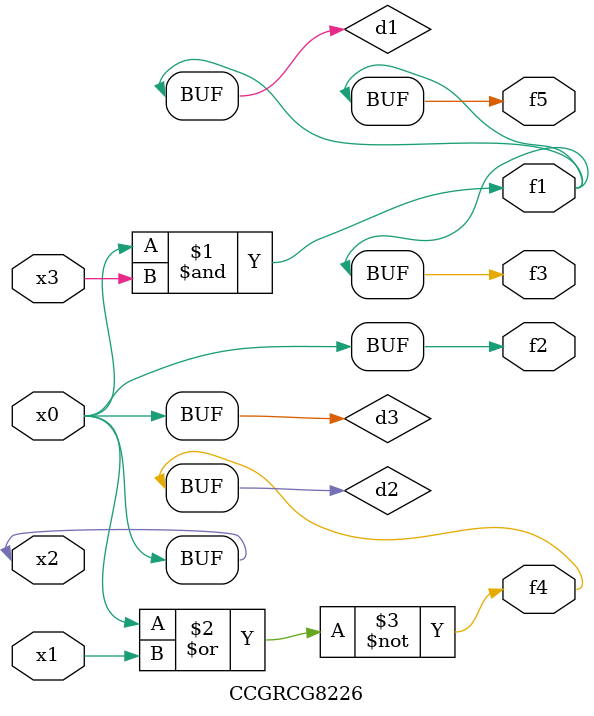
<source format=v>
module CCGRCG8226(
	input x0, x1, x2, x3,
	output f1, f2, f3, f4, f5
);

	wire d1, d2, d3;

	and (d1, x2, x3);
	nor (d2, x0, x1);
	buf (d3, x0, x2);
	assign f1 = d1;
	assign f2 = d3;
	assign f3 = d1;
	assign f4 = d2;
	assign f5 = d1;
endmodule

</source>
